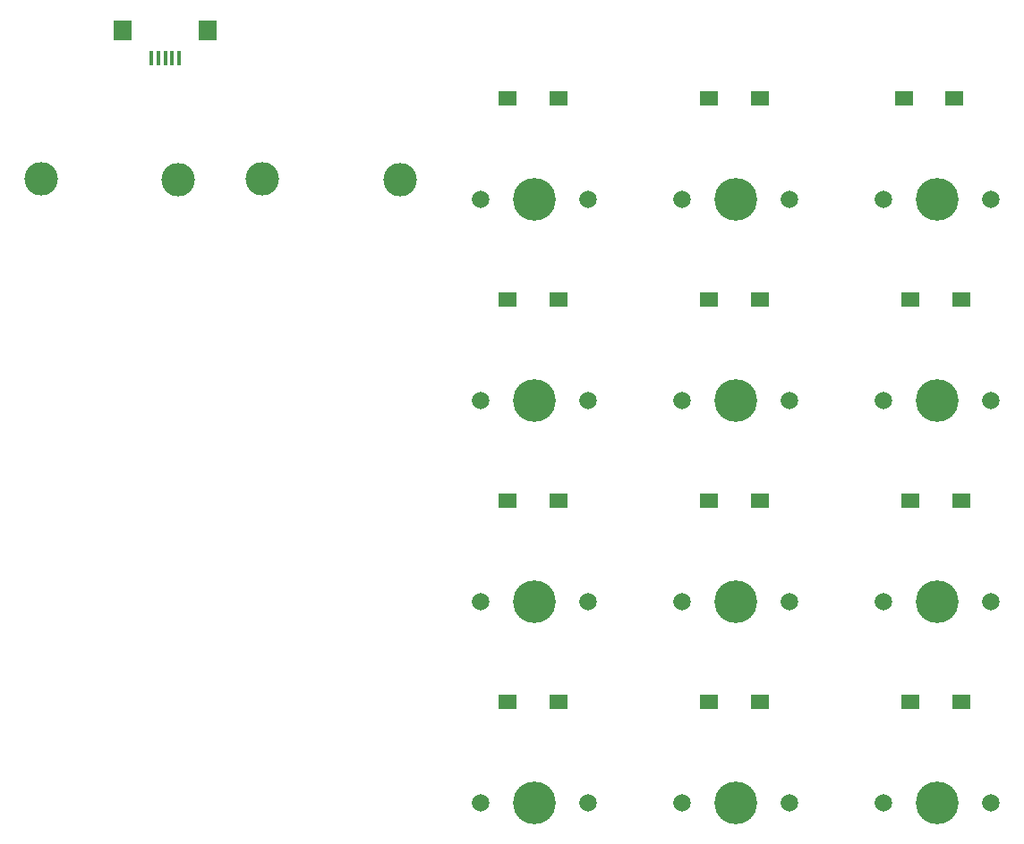
<source format=gtp>
G04 MADE WITH FRITZING*
G04 WWW.FRITZING.ORG*
G04 DOUBLE SIDED*
G04 HOLES PLATED*
G04 CONTOUR ON CENTER OF CONTOUR VECTOR*
%ASAXBY*%
%FSLAX23Y23*%
%MOIN*%
%OFA0B0*%
%SFA1.0B1.0*%
%ADD10C,0.125000*%
%ADD11C,0.158908*%
%ADD12C,0.065278*%
%ADD13R,0.069685X0.057874*%
%ADD14R,0.013780X0.055118*%
%ADD15R,0.070866X0.074803*%
%ADD16R,0.001000X0.001000*%
%LNPASTEMASK1*%
G90*
G70*
G54D10*
X945Y2677D03*
X434Y2679D03*
X1770Y2677D03*
X1259Y2679D03*
G54D11*
X2271Y2604D03*
G54D12*
X2071Y2604D03*
X2471Y2604D03*
G54D11*
X3021Y2604D03*
G54D12*
X2821Y2604D03*
X3221Y2604D03*
G54D11*
X3771Y2604D03*
G54D12*
X3571Y2604D03*
X3971Y2604D03*
G54D11*
X2271Y1854D03*
G54D12*
X2071Y1854D03*
X2471Y1854D03*
G54D11*
X3021Y1854D03*
G54D12*
X2821Y1854D03*
X3221Y1854D03*
G54D11*
X3771Y1854D03*
G54D12*
X3571Y1854D03*
X3971Y1854D03*
G54D11*
X2271Y1104D03*
G54D12*
X2071Y1104D03*
X2471Y1104D03*
G54D11*
X3021Y1104D03*
G54D12*
X2821Y1104D03*
X3221Y1104D03*
G54D11*
X3771Y1104D03*
G54D12*
X3571Y1104D03*
X3971Y1104D03*
G54D11*
X2271Y354D03*
G54D12*
X2071Y354D03*
X2471Y354D03*
G54D11*
X3021Y354D03*
G54D12*
X2821Y354D03*
X3221Y354D03*
G54D11*
X3771Y354D03*
G54D12*
X3571Y354D03*
X3971Y354D03*
G54D13*
X3860Y729D03*
X3671Y729D03*
X3110Y729D03*
X2921Y729D03*
X2360Y729D03*
X2171Y729D03*
X3860Y1479D03*
X3671Y1479D03*
X3110Y1479D03*
X2921Y1479D03*
X2360Y1479D03*
X2171Y1479D03*
X3860Y2229D03*
X3671Y2229D03*
X3110Y2229D03*
X2921Y2229D03*
X2360Y2229D03*
X2171Y2229D03*
X3835Y2979D03*
X3646Y2979D03*
X3110Y2979D03*
X2921Y2979D03*
X2360Y2979D03*
X2171Y2979D03*
G54D14*
X947Y3129D03*
X845Y3129D03*
X921Y3129D03*
X896Y3129D03*
X870Y3129D03*
G54D15*
X1053Y3233D03*
X738Y3233D03*
G54D16*
D02*
G04 End of PasteMask1*
M02*
</source>
